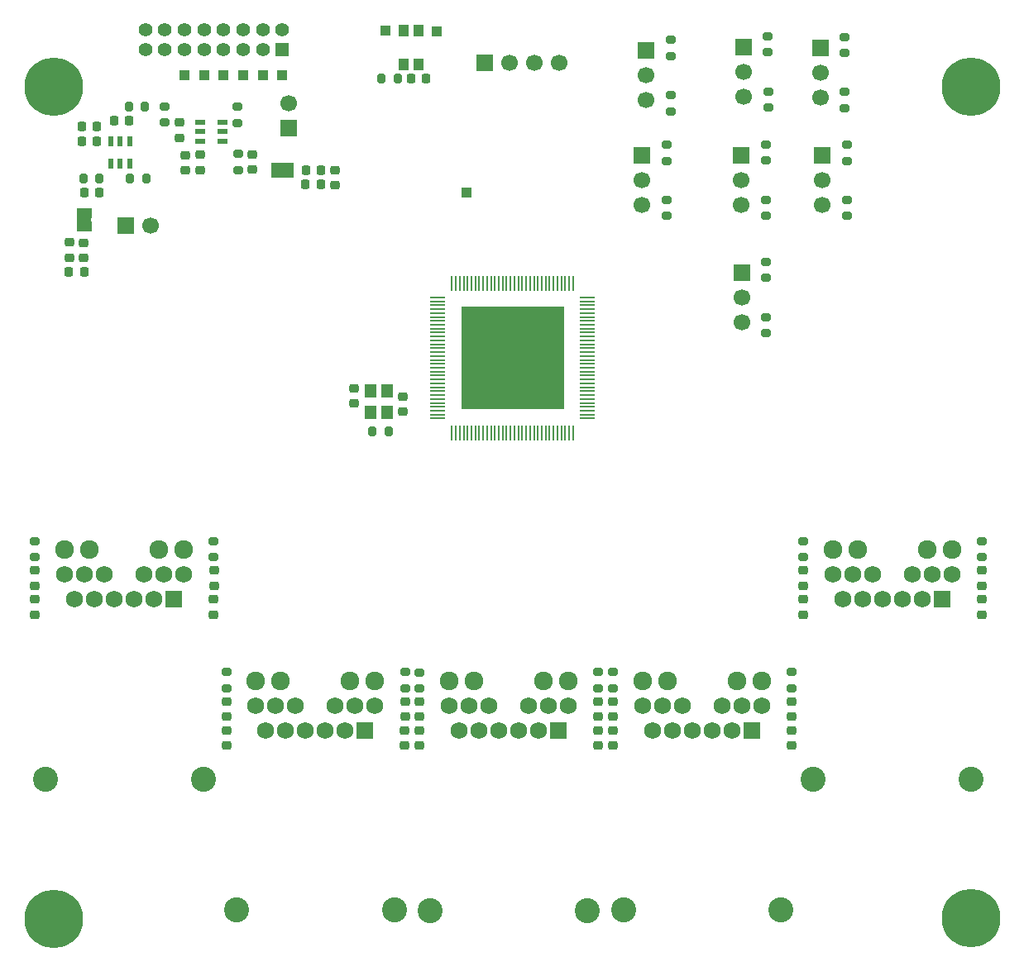
<source format=gbr>
%TF.GenerationSoftware,KiCad,Pcbnew,9.0.3*%
%TF.CreationDate,2025-09-17T18:37:02-07:00*%
%TF.ProjectId,periph_ethernet_switch,70657269-7068-45f6-9574-6865726e6574,rev?*%
%TF.SameCoordinates,Original*%
%TF.FileFunction,Soldermask,Top*%
%TF.FilePolarity,Negative*%
%FSLAX46Y46*%
G04 Gerber Fmt 4.6, Leading zero omitted, Abs format (unit mm)*
G04 Created by KiCad (PCBNEW 9.0.3) date 2025-09-17 18:37:02*
%MOMM*%
%LPD*%
G01*
G04 APERTURE LIST*
G04 Aperture macros list*
%AMRoundRect*
0 Rectangle with rounded corners*
0 $1 Rounding radius*
0 $2 $3 $4 $5 $6 $7 $8 $9 X,Y pos of 4 corners*
0 Add a 4 corners polygon primitive as box body*
4,1,4,$2,$3,$4,$5,$6,$7,$8,$9,$2,$3,0*
0 Add four circle primitives for the rounded corners*
1,1,$1+$1,$2,$3*
1,1,$1+$1,$4,$5*
1,1,$1+$1,$6,$7*
1,1,$1+$1,$8,$9*
0 Add four rect primitives between the rounded corners*
20,1,$1+$1,$2,$3,$4,$5,0*
20,1,$1+$1,$4,$5,$6,$7,0*
20,1,$1+$1,$6,$7,$8,$9,0*
20,1,$1+$1,$8,$9,$2,$3,0*%
G04 Aperture macros list end*
%ADD10C,0.000000*%
%ADD11RoundRect,0.200000X0.275000X-0.200000X0.275000X0.200000X-0.275000X0.200000X-0.275000X-0.200000X0*%
%ADD12R,1.500000X1.000000*%
%ADD13RoundRect,0.102000X0.762000X0.762000X-0.762000X0.762000X-0.762000X-0.762000X0.762000X-0.762000X0*%
%ADD14C,1.728000*%
%ADD15C,1.918500*%
%ADD16C,2.566200*%
%ADD17RoundRect,0.200000X-0.275000X0.200000X-0.275000X-0.200000X0.275000X-0.200000X0.275000X0.200000X0*%
%ADD18RoundRect,0.225000X0.250000X-0.225000X0.250000X0.225000X-0.250000X0.225000X-0.250000X-0.225000X0*%
%ADD19RoundRect,0.225000X-0.250000X0.225000X-0.250000X-0.225000X0.250000X-0.225000X0.250000X0.225000X0*%
%ADD20RoundRect,0.225000X-0.225000X-0.250000X0.225000X-0.250000X0.225000X0.250000X-0.225000X0.250000X0*%
%ADD21RoundRect,0.200000X-0.200000X-0.275000X0.200000X-0.275000X0.200000X0.275000X-0.200000X0.275000X0*%
%ADD22RoundRect,0.200000X0.200000X0.275000X-0.200000X0.275000X-0.200000X-0.275000X0.200000X-0.275000X0*%
%ADD23R,1.000000X1.000000*%
%ADD24R,1.400000X1.400000*%
%ADD25C,1.400000*%
%ADD26R,1.070000X0.530000*%
%ADD27R,1.700000X1.700000*%
%ADD28C,1.700000*%
%ADD29R,1.000000X1.500000*%
%ADD30RoundRect,0.225000X0.225000X0.250000X-0.225000X0.250000X-0.225000X-0.250000X0.225000X-0.250000X0*%
%ADD31R,1.050000X1.150000*%
%ADD32R,1.200000X1.400000*%
%ADD33RoundRect,0.218750X0.218750X0.256250X-0.218750X0.256250X-0.218750X-0.256250X0.218750X-0.256250X0*%
%ADD34RoundRect,0.218750X-0.256250X0.218750X-0.256250X-0.218750X0.256250X-0.218750X0.256250X0.218750X0*%
%ADD35RoundRect,0.218750X-0.218750X-0.256250X0.218750X-0.256250X0.218750X0.256250X-0.218750X0.256250X0*%
%ADD36C,6.000000*%
%ADD37C,0.610000*%
%ADD38R,0.200000X1.520000*%
%ADD39R,1.520000X0.200000*%
%ADD40R,10.500000X10.500000*%
%ADD41R,0.530000X1.070000*%
G04 APERTURE END LIST*
D10*
%TO.C,JP2*%
G36*
X115910001Y-81167498D02*
G01*
X114410001Y-81167498D01*
X114410001Y-80867498D01*
X115910001Y-80867498D01*
X115910001Y-81167498D01*
G37*
%TO.C,JP1*%
G36*
X135650000Y-76715001D02*
G01*
X135350000Y-76715001D01*
X135350000Y-75215001D01*
X135650000Y-75215001D01*
X135650000Y-76715001D01*
G37*
%TD*%
D11*
%TO.C,R3*%
X167779999Y-129029998D03*
X167779999Y-127379998D03*
%TD*%
%TO.C,R21*%
X174810000Y-74980000D03*
X174810000Y-73330000D03*
%TD*%
D12*
%TO.C,JP2*%
X115160001Y-80367499D03*
X115160001Y-81667497D03*
%TD*%
D11*
%TO.C,R24*%
X184980000Y-92650001D03*
X184980000Y-91000001D03*
%TD*%
D13*
%TO.C,J1*%
X143942453Y-133340348D03*
D14*
X141910453Y-133340348D03*
X139878453Y-133340348D03*
X137846453Y-133340348D03*
X135814453Y-133340348D03*
X133782453Y-133340348D03*
X144958453Y-130800347D03*
X142926453Y-130800347D03*
X140894453Y-130800347D03*
X136830453Y-130800347D03*
X134798453Y-130800347D03*
X132766453Y-130800347D03*
D15*
X144958453Y-128260348D03*
X142418453Y-128260348D03*
X135306453Y-128260348D03*
X132766453Y-128260348D03*
D16*
X146926954Y-151755348D03*
X130797952Y-151755348D03*
%TD*%
D17*
%TO.C,R30*%
X130927499Y-74257500D03*
X130927499Y-75907500D03*
%TD*%
D18*
%TO.C,C41*%
X169300022Y-131927866D03*
X169300022Y-130377866D03*
%TD*%
D19*
%TO.C,C58*%
X124907501Y-71057499D03*
X124907501Y-72607499D03*
%TD*%
D18*
%TO.C,C44*%
X207039997Y-118498095D03*
X207039997Y-116948095D03*
%TD*%
D20*
%TO.C,C20*%
X113627500Y-86355000D03*
X115177500Y-86355000D03*
%TD*%
D21*
%TO.C,R26*%
X144695000Y-102740000D03*
X146345000Y-102740000D03*
%TD*%
D11*
%TO.C,R6*%
X169300022Y-129017866D03*
X169300022Y-127367866D03*
%TD*%
%TO.C,R14*%
X185190000Y-69530000D03*
X185190000Y-67880000D03*
%TD*%
D22*
%TO.C,R34*%
X121507499Y-76769998D03*
X119857499Y-76769998D03*
%TD*%
D11*
%TO.C,R22*%
X174810001Y-80640000D03*
X174810001Y-78990000D03*
%TD*%
D13*
%TO.C,J3*%
X183520024Y-133342867D03*
D14*
X181488024Y-133342867D03*
X179456024Y-133342867D03*
X177424024Y-133342867D03*
X175392024Y-133342867D03*
X173360024Y-133342867D03*
X184536024Y-130802866D03*
X182504024Y-130802866D03*
X180472024Y-130802866D03*
X176408024Y-130802866D03*
X174376024Y-130802866D03*
X172344024Y-130802866D03*
D15*
X184536024Y-128262867D03*
X181996024Y-128262867D03*
X174884024Y-128262867D03*
X172344024Y-128262867D03*
D16*
X186504525Y-151757867D03*
X170375523Y-151757867D03*
%TD*%
D23*
%TO.C,TP5*%
X133455002Y-66195000D03*
%TD*%
D24*
%TO.C,CN1*%
X135450000Y-63570000D03*
D25*
X135450000Y-61570000D03*
X133450000Y-63570000D03*
X133450000Y-61570000D03*
X131450000Y-63570000D03*
X131450000Y-61570000D03*
X129450000Y-63570000D03*
X129450000Y-61570000D03*
X127450000Y-63570000D03*
X127450000Y-61570000D03*
X125450000Y-63570000D03*
X125450000Y-61570000D03*
X123450000Y-63570000D03*
X123450000Y-61570000D03*
X121450000Y-63570000D03*
X121450000Y-61570000D03*
%TD*%
D11*
%TO.C,R15*%
X184950000Y-74960000D03*
X184950000Y-73310000D03*
%TD*%
D26*
%TO.C,U2*%
X127042500Y-71059999D03*
X127042500Y-72009999D03*
X127042500Y-72959999D03*
X129342500Y-72959999D03*
X129342500Y-72009999D03*
X129342500Y-71059999D03*
%TD*%
D18*
%TO.C,C37*%
X149489997Y-131944999D03*
X149489997Y-130394999D03*
%TD*%
D13*
%TO.C,J4*%
X202959999Y-119913096D03*
D14*
X200927999Y-119913096D03*
X198895999Y-119913096D03*
X196863999Y-119913096D03*
X194831999Y-119913096D03*
X192799999Y-119913096D03*
X203975999Y-117373095D03*
X201943999Y-117373095D03*
X199911999Y-117373095D03*
X195847999Y-117373095D03*
X193815999Y-117373095D03*
X191783999Y-117373095D03*
D15*
X203975999Y-114833096D03*
X201435999Y-114833096D03*
X194323999Y-114833096D03*
X191783999Y-114833096D03*
D16*
X205944500Y-138328096D03*
X189815498Y-138328096D03*
%TD*%
D27*
%TO.C,J10*%
X190760000Y-74450000D03*
D28*
X190760000Y-76990000D03*
X190760000Y-79530000D03*
%TD*%
D18*
%TO.C,C45*%
X188739997Y-118498095D03*
X188739997Y-116948095D03*
%TD*%
D11*
%TO.C,R12*%
X175210000Y-64240000D03*
X175210000Y-62590000D03*
%TD*%
D29*
%TO.C,JP1*%
X134850001Y-75965001D03*
X136149999Y-75965001D03*
%TD*%
D27*
%TO.C,J13*%
X156210000Y-64970000D03*
D28*
X158750000Y-64970000D03*
X161289999Y-64970000D03*
X163830000Y-64970000D03*
%TD*%
D30*
%TO.C,C60*%
X119757499Y-70899997D03*
X118207499Y-70899997D03*
%TD*%
D18*
%TO.C,C35*%
X148022451Y-131925347D03*
X148022451Y-130375347D03*
%TD*%
D17*
%TO.C,R29*%
X123437500Y-69412501D03*
X123437500Y-71062501D03*
%TD*%
D18*
%TO.C,C55*%
X147820000Y-100700000D03*
X147820000Y-99150000D03*
%TD*%
%TO.C,C46*%
X188739999Y-121468096D03*
X188739999Y-119918096D03*
%TD*%
D11*
%TO.C,R20*%
X193270000Y-80640000D03*
X193270000Y-78990000D03*
%TD*%
D27*
%TO.C,J6*%
X172700000Y-63700000D03*
D28*
X172700000Y-66240000D03*
X172700000Y-68780000D03*
%TD*%
D23*
%TO.C,TP2*%
X146040001Y-61680000D03*
%TD*%
D19*
%TO.C,C56*%
X142780000Y-98265000D03*
X142780000Y-99815000D03*
%TD*%
D27*
%TO.C,J7*%
X182650000Y-63330000D03*
D28*
X182650000Y-65870000D03*
X182650000Y-68410000D03*
%TD*%
D18*
%TO.C,C38*%
X149489999Y-134915000D03*
X149489999Y-133365000D03*
%TD*%
%TO.C,C59*%
X125527501Y-75957501D03*
X125527501Y-74407501D03*
%TD*%
D22*
%TO.C,R25*%
X147250001Y-66570000D03*
X145600001Y-66570000D03*
%TD*%
D18*
%TO.C,C51*%
X128431763Y-121470188D03*
X128431763Y-119920188D03*
%TD*%
%TO.C,C10*%
X140842500Y-77500000D03*
X140842500Y-75950000D03*
%TD*%
D11*
%TO.C,R16*%
X184940000Y-80630000D03*
X184940000Y-78980000D03*
%TD*%
D31*
%TO.C,SW1*%
X147909998Y-65070000D03*
X147909998Y-61670000D03*
X149410000Y-65070000D03*
X149410000Y-61670000D03*
%TD*%
D32*
%TO.C,X1*%
X146190000Y-100790000D03*
X146190000Y-98590000D03*
X144490000Y-98590000D03*
X144490000Y-100790000D03*
%TD*%
D27*
%TO.C,J12*%
X182470000Y-86450001D03*
D28*
X182470000Y-88990001D03*
X182470000Y-91530000D03*
%TD*%
D33*
%TO.C,L2*%
X116480003Y-72960000D03*
X114905001Y-72960000D03*
%TD*%
D23*
%TO.C,TP6*%
X131455000Y-66194999D03*
%TD*%
D20*
%TO.C,C54*%
X148605000Y-66570000D03*
X150155000Y-66570000D03*
%TD*%
D11*
%TO.C,R5*%
X187590024Y-129012865D03*
X187590024Y-127362865D03*
%TD*%
D18*
%TO.C,C48*%
X128451763Y-118500190D03*
X128451763Y-116950190D03*
%TD*%
D11*
%TO.C,R4*%
X149489997Y-129034999D03*
X149489997Y-127384999D03*
%TD*%
D13*
%TO.C,J2*%
X163709999Y-133360000D03*
D14*
X161677999Y-133360000D03*
X159645999Y-133360000D03*
X157613999Y-133360000D03*
X155581999Y-133360000D03*
X153549999Y-133360000D03*
X164725999Y-130819999D03*
X162693999Y-130819999D03*
X160661999Y-130819999D03*
X156597999Y-130819999D03*
X154565999Y-130819999D03*
X152533999Y-130819999D03*
D15*
X164725999Y-128280000D03*
X162185999Y-128280000D03*
X155073999Y-128280000D03*
X152533999Y-128280000D03*
D16*
X166694500Y-151775000D03*
X150565498Y-151775000D03*
%TD*%
D13*
%TO.C,J5*%
X124371765Y-119915191D03*
D14*
X122339765Y-119915191D03*
X120307765Y-119915191D03*
X118275765Y-119915191D03*
X116243765Y-119915191D03*
X114211765Y-119915191D03*
X125387765Y-117375190D03*
X123355765Y-117375190D03*
X121323765Y-117375190D03*
X117259765Y-117375190D03*
X115227765Y-117375190D03*
X113195765Y-117375190D03*
D15*
X125387765Y-114835191D03*
X122847765Y-114835191D03*
X115735765Y-114835191D03*
X113195765Y-114835191D03*
D16*
X127356266Y-138330191D03*
X111227264Y-138330191D03*
%TD*%
D11*
%TO.C,R23*%
X184970000Y-86985001D03*
X184970000Y-85335001D03*
%TD*%
D20*
%TO.C,C61*%
X114922500Y-71449997D03*
X116472500Y-71449997D03*
%TD*%
D11*
%TO.C,R17*%
X193040000Y-63925000D03*
X193040000Y-62275000D03*
%TD*%
D18*
%TO.C,C50*%
X110151765Y-121470191D03*
X110151765Y-119920191D03*
%TD*%
D34*
%TO.C,FB2*%
X113682500Y-83355000D03*
X113682500Y-84930002D03*
%TD*%
D18*
%TO.C,C39*%
X167769997Y-134914997D03*
X167769997Y-133364997D03*
%TD*%
%TO.C,C36*%
X167789997Y-131944999D03*
X167789997Y-130394999D03*
%TD*%
%TO.C,C34*%
X148002451Y-134895345D03*
X148002451Y-133345345D03*
%TD*%
D35*
%TO.C,FB1*%
X137832500Y-77425000D03*
X139407502Y-77425000D03*
%TD*%
D11*
%TO.C,R10*%
X110151763Y-115590190D03*
X110151763Y-113940190D03*
%TD*%
D36*
%TO.C,H1*%
X205920000Y-67400000D03*
%TD*%
D23*
%TO.C,TP9*%
X125455002Y-66194997D03*
%TD*%
D11*
%TO.C,R8*%
X188739997Y-115588095D03*
X188739997Y-113938095D03*
%TD*%
%TO.C,R18*%
X193040000Y-69595000D03*
X193040000Y-67945000D03*
%TD*%
D17*
%TO.C,R31*%
X130857499Y-69432500D03*
X130857499Y-71082500D03*
%TD*%
D23*
%TO.C,TP1*%
X154330000Y-78210000D03*
%TD*%
D11*
%TO.C,R1*%
X148012453Y-129010346D03*
X148012453Y-127360346D03*
%TD*%
%TO.C,R2*%
X129722451Y-129015347D03*
X129722451Y-127365347D03*
%TD*%
D27*
%TO.C,J14*%
X136119999Y-71635000D03*
D28*
X136119999Y-69095000D03*
%TD*%
D18*
%TO.C,C32*%
X129722451Y-131925347D03*
X129722451Y-130375347D03*
%TD*%
%TO.C,C33*%
X129722453Y-134895348D03*
X129722453Y-133345348D03*
%TD*%
%TO.C,C43*%
X187580022Y-134897864D03*
X187580022Y-133347864D03*
%TD*%
D23*
%TO.C,TP8*%
X127455000Y-66194999D03*
%TD*%
D18*
%TO.C,C42*%
X169300024Y-134897867D03*
X169300024Y-133347867D03*
%TD*%
D11*
%TO.C,R9*%
X128441765Y-115585189D03*
X128441765Y-113935189D03*
%TD*%
D23*
%TO.C,TP4*%
X135455000Y-66194999D03*
%TD*%
D19*
%TO.C,C28*%
X115142500Y-83365000D03*
X115142500Y-84915000D03*
%TD*%
D23*
%TO.C,TP7*%
X129455000Y-66194998D03*
%TD*%
D27*
%TO.C,J8*%
X182440000Y-74430000D03*
D28*
X182440000Y-76970000D03*
X182440000Y-79510000D03*
%TD*%
D11*
%TO.C,R19*%
X193270000Y-74990000D03*
X193270000Y-73340000D03*
%TD*%
D23*
%TO.C,TP3*%
X151290000Y-61690000D03*
%TD*%
D36*
%TO.C,H4*%
X205920000Y-152610000D03*
%TD*%
%TO.C,H3*%
X112070000Y-152620000D03*
%TD*%
D37*
%TO.C,U1*%
X154819999Y-90982096D03*
X154819999Y-92182096D03*
X154819999Y-93382096D03*
X154819999Y-94582096D03*
X154819999Y-95782096D03*
X154819999Y-96982096D03*
X154819999Y-98182096D03*
X154819999Y-99382096D03*
X156019999Y-90982096D03*
X156019999Y-92182096D03*
X156019999Y-93382096D03*
X156019999Y-94582096D03*
X156019999Y-95782096D03*
X156019999Y-96982096D03*
X156019999Y-98182096D03*
X156019999Y-99382096D03*
X157219999Y-90982096D03*
X157219999Y-92182096D03*
X157219999Y-93382096D03*
X157219999Y-94582096D03*
X157219999Y-95782096D03*
X157219999Y-96982096D03*
X157219999Y-98182096D03*
X157219999Y-99382096D03*
X158419999Y-90982096D03*
X158419999Y-92182096D03*
X158419999Y-93382096D03*
X158419999Y-94582096D03*
X158419999Y-95782096D03*
X158419999Y-96982096D03*
X158419999Y-98182096D03*
X158419999Y-99382096D03*
X159619999Y-90982096D03*
X159619999Y-92182096D03*
X159619999Y-93382096D03*
X159619999Y-94582096D03*
X159619999Y-95782096D03*
X159619999Y-96982096D03*
X159619999Y-98182096D03*
X159619999Y-99382096D03*
X160819999Y-90982096D03*
X160819999Y-92182096D03*
X160819999Y-93382096D03*
X160819999Y-94582096D03*
X160819999Y-95782096D03*
X160819999Y-96982096D03*
X160819999Y-98182096D03*
X160819999Y-99382096D03*
X162019999Y-90982096D03*
X162019999Y-92182096D03*
X162019999Y-93382096D03*
X162019999Y-94582096D03*
X162019999Y-95782096D03*
X162019999Y-96982096D03*
X162019999Y-98182096D03*
X162019999Y-99382096D03*
X163219999Y-90982096D03*
X163219999Y-92182096D03*
X163219999Y-93382096D03*
X163219999Y-94582096D03*
X163219999Y-95782096D03*
X163219999Y-96982096D03*
X163219999Y-98182096D03*
X163219999Y-99382096D03*
D38*
X152819999Y-102842096D03*
X153219999Y-102842096D03*
X153619999Y-102842096D03*
X154019999Y-102842096D03*
X154419999Y-102842096D03*
X154819999Y-102842096D03*
X155219999Y-102842096D03*
X155619999Y-102842096D03*
X156019999Y-102842096D03*
X156419999Y-102842096D03*
X156819999Y-102842096D03*
X157219999Y-102842096D03*
X157619999Y-102842096D03*
X158019999Y-102842096D03*
X158419999Y-102842096D03*
X158819999Y-102842096D03*
X159219999Y-102842096D03*
X159619999Y-102842096D03*
X160019999Y-102842096D03*
X160419999Y-102842096D03*
X160819999Y-102842096D03*
X161219999Y-102842096D03*
X161619999Y-102842096D03*
X162019999Y-102842096D03*
X162419999Y-102842096D03*
X162819999Y-102842096D03*
X163219999Y-102842096D03*
X163619999Y-102842096D03*
X164019999Y-102842096D03*
X164419999Y-102842096D03*
X164819999Y-102842096D03*
X165219999Y-102842096D03*
D39*
X166679999Y-101382096D03*
X166679999Y-100982096D03*
X166679999Y-100582096D03*
X166679999Y-100182096D03*
X166679999Y-99782096D03*
X166679999Y-99382096D03*
X166679999Y-98982096D03*
X166679999Y-98582096D03*
X166679999Y-98182096D03*
X166679999Y-97782096D03*
X166679999Y-97382096D03*
X166679999Y-96982096D03*
X166679999Y-96582096D03*
X166679999Y-96182096D03*
X166679999Y-95782096D03*
X166679999Y-95382096D03*
X166679999Y-94982096D03*
X166679999Y-94582096D03*
X166679999Y-94182096D03*
X166679999Y-93782096D03*
X166679999Y-93382096D03*
X166679999Y-92982096D03*
X166679999Y-92582096D03*
X166679999Y-92182096D03*
X166679999Y-91782096D03*
X166679999Y-91382096D03*
X166679999Y-90982096D03*
X166679999Y-90582096D03*
X166679999Y-90182096D03*
X166679999Y-89782096D03*
X166679999Y-89382096D03*
X166679999Y-88982096D03*
D38*
X165219999Y-87522096D03*
X164819999Y-87522096D03*
X164419999Y-87522096D03*
X164019999Y-87522096D03*
X163619999Y-87522096D03*
X163219999Y-87522096D03*
X162819999Y-87522096D03*
X162419999Y-87522096D03*
X162019999Y-87522096D03*
X161619999Y-87522096D03*
X161219999Y-87522096D03*
X160819999Y-87522096D03*
X160419999Y-87522096D03*
X160019999Y-87522096D03*
X159619999Y-87522096D03*
X159219999Y-87522096D03*
X158819999Y-87522096D03*
X158419999Y-87522096D03*
X158019999Y-87522096D03*
X157619999Y-87522096D03*
X157219999Y-87522096D03*
X156819999Y-87522096D03*
X156419999Y-87522096D03*
X156019999Y-87522096D03*
X155619999Y-87522096D03*
X155219999Y-87522096D03*
X154819999Y-87522096D03*
X154419999Y-87522096D03*
X154019999Y-87522096D03*
X153619999Y-87522096D03*
X153219999Y-87522096D03*
X152819999Y-87522096D03*
D39*
X151359999Y-88982096D03*
X151359999Y-89382096D03*
X151359999Y-89782096D03*
X151359999Y-90182096D03*
X151359999Y-90582096D03*
X151359999Y-90982096D03*
X151359999Y-91382096D03*
X151359999Y-91782096D03*
X151359999Y-92182096D03*
X151359999Y-92582096D03*
X151359999Y-92982096D03*
X151359999Y-93382096D03*
X151359999Y-93782096D03*
X151359999Y-94182096D03*
X151359999Y-94582096D03*
X151359999Y-94982096D03*
X151359999Y-95382096D03*
X151359999Y-95782096D03*
X151359999Y-96182096D03*
X151359999Y-96582096D03*
X151359999Y-96982096D03*
X151359999Y-97382096D03*
X151359999Y-97782096D03*
X151359999Y-98182096D03*
X151359999Y-98582096D03*
X151359999Y-98982096D03*
X151359999Y-99382096D03*
X151359999Y-99782096D03*
X151359999Y-100182096D03*
X151359999Y-100582096D03*
X151359999Y-100982096D03*
X151359999Y-101382096D03*
D40*
X159019999Y-95182096D03*
%TD*%
D27*
%TO.C,J11*%
X172300000Y-74440001D03*
D28*
X172300000Y-76980001D03*
X172300000Y-79520000D03*
%TD*%
D11*
%TO.C,R13*%
X185150000Y-63860000D03*
X185150000Y-62210000D03*
%TD*%
D22*
%TO.C,R33*%
X116757501Y-76769998D03*
X115107501Y-76769998D03*
%TD*%
D20*
%TO.C,C1*%
X137852500Y-75965000D03*
X139402500Y-75965000D03*
%TD*%
D11*
%TO.C,R7*%
X207029999Y-115583094D03*
X207029999Y-113933094D03*
%TD*%
D18*
%TO.C,C47*%
X207019997Y-121468093D03*
X207019997Y-119918093D03*
%TD*%
%TO.C,C40*%
X187600022Y-131927866D03*
X187600022Y-130377866D03*
%TD*%
%TO.C,C62*%
X132397501Y-75857499D03*
X132397501Y-74307499D03*
%TD*%
%TO.C,C49*%
X110151763Y-118500190D03*
X110151763Y-116950190D03*
%TD*%
D41*
%TO.C,U3*%
X119820001Y-72957498D03*
X118870001Y-72957498D03*
X117920001Y-72957498D03*
X117920001Y-75257498D03*
X118870001Y-75257498D03*
X119820001Y-75257498D03*
%TD*%
D27*
%TO.C,J15*%
X119469999Y-81637499D03*
D28*
X122009999Y-81637499D03*
%TD*%
D27*
%TO.C,J9*%
X190520000Y-63390000D03*
D28*
X190520000Y-65930000D03*
X190520000Y-68470000D03*
%TD*%
D20*
%TO.C,C63*%
X115157501Y-78239998D03*
X116707501Y-78239998D03*
%TD*%
D22*
%TO.C,R32*%
X121402500Y-69429998D03*
X119752500Y-69429998D03*
%TD*%
D11*
%TO.C,R11*%
X175210000Y-69900000D03*
X175210000Y-68250000D03*
%TD*%
D34*
%TO.C,L1*%
X127037501Y-74372499D03*
X127037501Y-75947501D03*
%TD*%
D36*
%TO.C,H2*%
X112060000Y-67390000D03*
%TD*%
M02*

</source>
